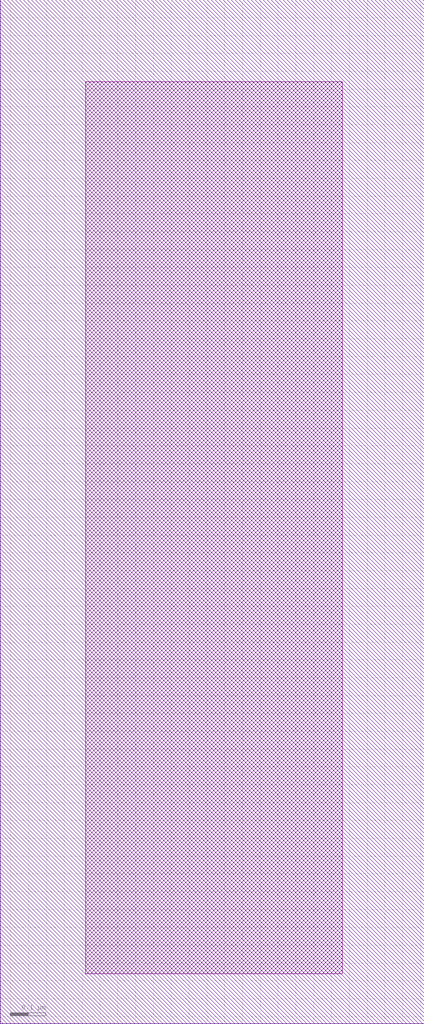
<source format=lef>
VERSION 5.7 ;
  NOWIREEXTENSIONATPIN ON ;
  DIVIDERCHAR "/" ;
  BUSBITCHARS "[]" ;
UNITS
  DATABASE MICRONS 200 ;
END UNITS

LAYER via2
  TYPE CUT ;
END via2

LAYER via
  TYPE CUT ;
END via

LAYER nwell
  TYPE MASTERSLICE ;
END nwell

LAYER via3
  TYPE CUT ;
END via3

LAYER pwell
  TYPE MASTERSLICE ;
END pwell

LAYER via4
  TYPE CUT ;
END via4

LAYER mcon
  TYPE CUT ;
END mcon

LAYER met6
  TYPE ROUTING ;
  WIDTH 0.030000 ;
  SPACING 0.040000 ;
  DIRECTION HORIZONTAL ;
END met6

LAYER met1
  TYPE ROUTING ;
  WIDTH 0.140000 ;
  SPACING 0.140000 ;
  DIRECTION HORIZONTAL ;
END met1

LAYER met3
  TYPE ROUTING ;
  WIDTH 0.300000 ;
  SPACING 0.300000 ;
  DIRECTION HORIZONTAL ;
END met3

LAYER met2
  TYPE ROUTING ;
  WIDTH 0.140000 ;
  SPACING 0.140000 ;
  DIRECTION HORIZONTAL ;
END met2

LAYER met4
  TYPE ROUTING ;
  WIDTH 0.300000 ;
  SPACING 0.300000 ;
  DIRECTION HORIZONTAL ;
END met4

LAYER met5
  TYPE ROUTING ;
  WIDTH 1.600000 ;
  SPACING 1.600000 ;
  DIRECTION HORIZONTAL ;
END met5

LAYER li1
  TYPE ROUTING ;
  WIDTH 0.170000 ;
  SPACING 0.170000 ;
  DIRECTION HORIZONTAL ;
END li1

MACRO sky130_hilas_pFETmed
  CLASS BLOCK ;
  FOREIGN sky130_hilas_pFETmed ;
  ORIGIN -1.470 0.220 ;
  SIZE 1.190 BY 2.870 ;
  OBS
      LAYER li1 ;
        RECT 1.710 -0.080 2.430 2.420 ;
  END
END sky130_hilas_pFETmed
END LIBRARY


</source>
